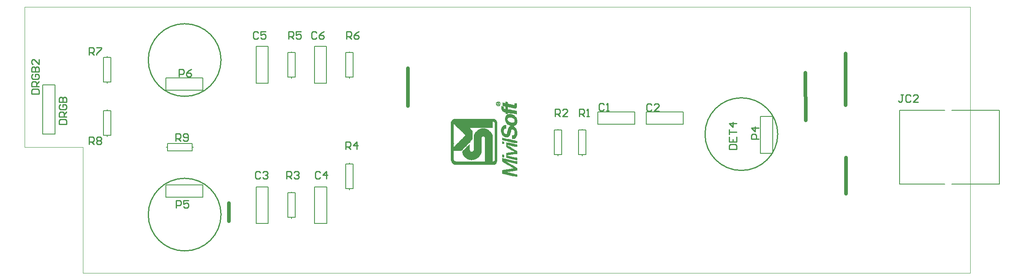
<source format=gto>
%FSLAX24Y24*%
%MOIN*%
G70*
G01*
G75*
G04 Layer_Color=61183*
%ADD10C,0.0315*%
%ADD11C,0.0276*%
%ADD12O,0.0787X0.0394*%
%ADD13C,0.0650*%
%ADD14C,0.0709*%
%ADD15R,0.0709X0.0709*%
%ADD16R,0.0709X0.0709*%
%ADD17C,0.2756*%
%ADD18C,0.0787*%
%ADD19C,0.0100*%
%ADD20C,0.0079*%
%ADD21C,0.0039*%
%ADD22C,0.0030*%
D10*
X61939Y9419D02*
X61949Y6486D01*
X58652Y16289D02*
X58661Y12451D01*
X61919Y13661D02*
Y17864D01*
X26368Y13593D02*
Y16683D01*
X11841Y4252D02*
X11841Y5719D01*
D19*
X56417Y11299D02*
G03*
X56417Y11299I-2953J0D01*
G01*
X11220Y4756D02*
G03*
X11220Y4756I-2953J0D01*
G01*
Y17323D02*
G03*
X11220Y17323I-2953J0D01*
G01*
X-4173Y14559D02*
X-3573D01*
Y14859D01*
X-3673Y14959D01*
X-4073D01*
X-4173Y14859D01*
Y14559D01*
X-3573Y15159D02*
X-4173D01*
Y15459D01*
X-4073Y15559D01*
X-3873D01*
X-3773Y15459D01*
Y15159D01*
Y15359D02*
X-3573Y15559D01*
X-4073Y16159D02*
X-4173Y16059D01*
Y15859D01*
X-4073Y15759D01*
X-3673D01*
X-3573Y15859D01*
Y16059D01*
X-3673Y16159D01*
X-3873D01*
Y15959D01*
X-4173Y16358D02*
X-3573D01*
Y16658D01*
X-3673Y16758D01*
X-3773D01*
X-3873Y16658D01*
Y16358D01*
Y16658D01*
X-3973Y16758D01*
X-4073D01*
X-4173Y16658D01*
Y16358D01*
X-3573Y17358D02*
Y16958D01*
X-3973Y17358D01*
X-4073D01*
X-4173Y17258D01*
Y17058D01*
X-4073Y16958D01*
X66620Y14497D02*
X66420D01*
X66520D01*
Y13998D01*
X66420Y13898D01*
X66320D01*
X66220Y13998D01*
X67220Y14397D02*
X67120Y14497D01*
X66920D01*
X66820Y14397D01*
Y13998D01*
X66920Y13898D01*
X67120D01*
X67220Y13998D01*
X67820Y13898D02*
X67420D01*
X67820Y14298D01*
Y14397D01*
X67720Y14497D01*
X67520D01*
X67420Y14397D01*
X54892Y10915D02*
X54292D01*
Y11215D01*
X54392Y11315D01*
X54592D01*
X54692Y11215D01*
Y10915D01*
X54892Y11815D02*
X54292D01*
X54592Y11515D01*
Y11915D01*
X7579Y5295D02*
Y5895D01*
X7879D01*
X7979Y5795D01*
Y5595D01*
X7879Y5495D01*
X7579D01*
X8578Y5895D02*
X8179D01*
Y5595D01*
X8378Y5695D01*
X8478D01*
X8578Y5595D01*
Y5395D01*
X8478Y5295D01*
X8279D01*
X8179Y5395D01*
X7825Y15984D02*
Y16584D01*
X8125D01*
X8225Y16484D01*
Y16284D01*
X8125Y16184D01*
X7825D01*
X8824Y16584D02*
X8625Y16484D01*
X8425Y16284D01*
Y16084D01*
X8525Y15984D01*
X8725D01*
X8824Y16084D01*
Y16184D01*
X8725Y16284D01*
X8425D01*
X40316Y12745D02*
Y13345D01*
X40616D01*
X40716Y13245D01*
Y13045D01*
X40616Y12945D01*
X40316D01*
X40516D02*
X40716Y12745D01*
X40916D02*
X41116D01*
X41016D01*
Y13345D01*
X40916Y13245D01*
X38348Y12744D02*
Y13343D01*
X38647D01*
X38747Y13243D01*
Y13043D01*
X38647Y12943D01*
X38348D01*
X38547D02*
X38747Y12744D01*
X39347D02*
X38947D01*
X39347Y13143D01*
Y13243D01*
X39247Y13343D01*
X39047D01*
X38947Y13243D01*
X16555Y7667D02*
Y8267D01*
X16855D01*
X16955Y8167D01*
Y7967D01*
X16855Y7867D01*
X16555D01*
X16755D02*
X16955Y7667D01*
X17155Y8167D02*
X17255Y8267D01*
X17455D01*
X17555Y8167D01*
Y8067D01*
X17455Y7967D01*
X17355D01*
X17455D01*
X17555Y7867D01*
Y7767D01*
X17455Y7667D01*
X17255D01*
X17155Y7767D01*
X21359Y10073D02*
Y10673D01*
X21659D01*
X21759Y10573D01*
Y10373D01*
X21659Y10273D01*
X21359D01*
X21559D02*
X21759Y10073D01*
X22258D02*
Y10673D01*
X21958Y10373D01*
X22358D01*
X16694Y19044D02*
Y19644D01*
X16994D01*
X17094Y19544D01*
Y19344D01*
X16994Y19244D01*
X16694D01*
X16894D02*
X17094Y19044D01*
X17694Y19644D02*
X17294D01*
Y19344D01*
X17494Y19444D01*
X17594D01*
X17694Y19344D01*
Y19144D01*
X17594Y19044D01*
X17394D01*
X17294Y19144D01*
X21412Y19044D02*
Y19644D01*
X21712D01*
X21812Y19544D01*
Y19344D01*
X21712Y19244D01*
X21412D01*
X21612D02*
X21812Y19044D01*
X22412Y19644D02*
X22212Y19544D01*
X22012Y19344D01*
Y19144D01*
X22112Y19044D01*
X22312D01*
X22412Y19144D01*
Y19244D01*
X22312Y19344D01*
X22012D01*
X512Y17746D02*
Y18346D01*
X812D01*
X912Y18246D01*
Y18046D01*
X812Y17946D01*
X512D01*
X712D02*
X912Y17746D01*
X1112Y18346D02*
X1511D01*
Y18246D01*
X1112Y17846D01*
Y17746D01*
X512Y10463D02*
Y11062D01*
X812D01*
X912Y10962D01*
Y10763D01*
X812Y10663D01*
X512D01*
X712D02*
X912Y10463D01*
X1112Y10962D02*
X1212Y11062D01*
X1412D01*
X1511Y10962D01*
Y10862D01*
X1412Y10763D01*
X1511Y10663D01*
Y10563D01*
X1412Y10463D01*
X1212D01*
X1112Y10563D01*
Y10663D01*
X1212Y10763D01*
X1112Y10862D01*
Y10962D01*
X1212Y10763D02*
X1412D01*
X7559Y10728D02*
Y11328D01*
X7859D01*
X7959Y11228D01*
Y11028D01*
X7859Y10928D01*
X7559D01*
X7759D02*
X7959Y10728D01*
X8159Y10828D02*
X8259Y10728D01*
X8459D01*
X8559Y10828D01*
Y11228D01*
X8459Y11328D01*
X8259D01*
X8159Y11228D01*
Y11128D01*
X8259Y11028D01*
X8559D01*
X42319Y13699D02*
X42219Y13799D01*
X42019D01*
X41919Y13699D01*
Y13299D01*
X42019Y13199D01*
X42219D01*
X42319Y13299D01*
X42519Y13199D02*
X42719D01*
X42619D01*
Y13799D01*
X42519Y13699D01*
X46177Y13679D02*
X46077Y13779D01*
X45878D01*
X45778Y13679D01*
Y13279D01*
X45878Y13179D01*
X46077D01*
X46177Y13279D01*
X46777Y13179D02*
X46377D01*
X46777Y13579D01*
Y13679D01*
X46677Y13779D01*
X46477D01*
X46377Y13679D01*
X14405Y8167D02*
X14305Y8267D01*
X14105D01*
X14005Y8167D01*
Y7767D01*
X14105Y7667D01*
X14305D01*
X14405Y7767D01*
X14605Y8167D02*
X14705Y8267D01*
X14905D01*
X15005Y8167D01*
Y8067D01*
X14905Y7967D01*
X14805D01*
X14905D01*
X15005Y7867D01*
Y7767D01*
X14905Y7667D01*
X14705D01*
X14605Y7767D01*
X19268Y8167D02*
X19168Y8267D01*
X18968D01*
X18868Y8167D01*
Y7767D01*
X18968Y7667D01*
X19168D01*
X19268Y7767D01*
X19768Y7667D02*
Y8267D01*
X19468Y7967D01*
X19868D01*
X14237Y19544D02*
X14137Y19644D01*
X13938D01*
X13838Y19544D01*
Y19144D01*
X13938Y19044D01*
X14137D01*
X14237Y19144D01*
X14837Y19644D02*
X14437D01*
Y19344D01*
X14637Y19444D01*
X14737D01*
X14837Y19344D01*
Y19144D01*
X14737Y19044D01*
X14537D01*
X14437Y19144D01*
X18969Y19544D02*
X18869Y19644D01*
X18669D01*
X18569Y19544D01*
Y19144D01*
X18669Y19044D01*
X18869D01*
X18969Y19144D01*
X19568Y19644D02*
X19368Y19544D01*
X19168Y19344D01*
Y19144D01*
X19268Y19044D01*
X19468D01*
X19568Y19144D01*
Y19244D01*
X19468Y19344D01*
X19168D01*
X-1929Y12096D02*
X-1329D01*
Y12396D01*
X-1429Y12496D01*
X-1829D01*
X-1929Y12396D01*
Y12096D01*
X-1329Y12696D02*
X-1929D01*
Y12996D01*
X-1829Y13096D01*
X-1629D01*
X-1529Y12996D01*
Y12696D01*
Y12896D02*
X-1329Y13096D01*
X-1829Y13696D02*
X-1929Y13596D01*
Y13396D01*
X-1829Y13296D01*
X-1429D01*
X-1329Y13396D01*
Y13596D01*
X-1429Y13696D01*
X-1629D01*
Y13496D01*
X-1929Y13896D02*
X-1329D01*
Y14196D01*
X-1429Y14296D01*
X-1529D01*
X-1629Y14196D01*
Y13896D01*
Y14196D01*
X-1729Y14296D01*
X-1829D01*
X-1929Y14196D01*
Y13896D01*
X52481Y10069D02*
X53081D01*
Y10369D01*
X52981Y10469D01*
X52581D01*
X52481Y10369D01*
Y10069D01*
Y11069D02*
Y10669D01*
X53081D01*
Y11069D01*
X52781Y10669D02*
Y10869D01*
X52481Y11269D02*
Y11668D01*
Y11468D01*
X53081D01*
Y12168D02*
X52481D01*
X52781Y11868D01*
Y12268D01*
D20*
X18819Y7018D02*
X19803D01*
X18819Y4026D02*
X19803D01*
Y7018D01*
X18819Y4026D02*
Y7018D01*
X16939Y6522D02*
Y6612D01*
Y4432D02*
Y4522D01*
Y6522D02*
X17239D01*
Y4522D02*
Y6522D01*
X16639Y4522D02*
X17239D01*
X16639D02*
Y6522D01*
X16939D01*
X8874Y10236D02*
X8964D01*
X6784D02*
X6874D01*
X8874Y9936D02*
Y10236D01*
X6874Y9936D02*
X8874D01*
X6874D02*
Y10536D01*
X8874D01*
Y10236D02*
Y10536D01*
X9744Y6183D02*
Y7183D01*
X6744Y6183D02*
X9744D01*
X6744D02*
Y7183D01*
X9744D01*
X6744Y14864D02*
Y15864D01*
X9744D01*
Y14864D02*
Y15864D01*
X6744Y14864D02*
X9744D01*
X55012Y9736D02*
X56012D01*
X55012D02*
Y12736D01*
X56012D01*
Y9736D02*
Y12736D01*
X48740Y12106D02*
Y13091D01*
X45748Y12106D02*
Y13091D01*
Y12106D02*
X48740D01*
X45748Y13091D02*
X48740D01*
X44803Y12106D02*
Y13091D01*
X41811Y12106D02*
Y13091D01*
Y12106D02*
X44803D01*
X41811Y13091D02*
X44803D01*
X1969Y17535D02*
Y17625D01*
Y15445D02*
Y15535D01*
Y17535D02*
X2269D01*
Y15535D02*
Y17535D01*
X1669Y15535D02*
X2269D01*
X1669D02*
Y17535D01*
X1969D01*
Y11115D02*
Y11205D01*
Y13205D02*
Y13295D01*
X1669Y11205D02*
X1969D01*
X1669D02*
Y13205D01*
X2269D01*
Y11205D02*
Y13205D01*
X1969Y11205D02*
X2269D01*
X18799Y18425D02*
X19783D01*
X18799Y15433D02*
X19783D01*
Y18425D01*
X18799Y15433D02*
Y18425D01*
X14075Y15433D02*
X15059D01*
X14075Y18425D02*
X15059D01*
X14075Y15433D02*
Y18425D01*
X15059Y15433D02*
Y18425D01*
X14075Y4026D02*
X15059D01*
X14075Y7018D02*
X15059D01*
X14075Y4026D02*
Y7018D01*
X15059Y4026D02*
Y7018D01*
X70530Y13236D02*
X74409D01*
X66307D02*
X69989D01*
X66307Y7236D02*
Y13236D01*
Y7236D02*
X69989D01*
X70530D02*
X74409D01*
Y13236D01*
X21654Y15839D02*
Y15929D01*
Y17929D02*
Y18019D01*
X21354Y15929D02*
X21654D01*
X21354D02*
Y17929D01*
X21954D01*
Y15929D02*
Y17929D01*
X21654Y15929D02*
X21954D01*
X16929Y17929D02*
Y18019D01*
Y15839D02*
Y15929D01*
Y17929D02*
X17229D01*
Y15929D02*
Y17929D01*
X16629Y15929D02*
X17229D01*
X16629D02*
Y17929D01*
X16929D01*
X21654Y6784D02*
Y6874D01*
Y8874D02*
Y8964D01*
X21354Y6874D02*
X21654D01*
X21354D02*
Y8874D01*
X21954D01*
Y6874D02*
Y8874D01*
X21654Y6874D02*
X21954D01*
X38583Y9540D02*
Y9630D01*
Y11630D02*
Y11720D01*
X38283Y9630D02*
X38583D01*
X38283D02*
Y11630D01*
X38883D01*
Y9630D02*
Y11630D01*
X38583Y9630D02*
X38883D01*
X40551Y11630D02*
Y11720D01*
Y9540D02*
Y9630D01*
Y11630D02*
X40851D01*
Y9630D02*
Y11630D01*
X40251Y9630D02*
X40851D01*
X40251D02*
Y11630D01*
X40551D01*
X-3256Y15311D02*
X-2256D01*
Y11311D02*
Y15311D01*
X-3256Y11311D02*
Y15311D01*
Y11311D02*
X-2256D01*
D21*
X72047Y0D02*
Y21654D01*
X0Y0D02*
X72047D01*
X0D02*
Y10236D01*
X-4724D02*
X0D01*
X-4724D02*
Y21654D01*
X72047D01*
D22*
X29867Y9181D02*
Y12301D01*
X29897Y9121D02*
Y12331D01*
X29927Y9061D02*
Y12391D01*
X29957Y9001D02*
Y12421D01*
X29987Y8971D02*
Y12451D01*
X30017Y8941D02*
Y12481D01*
X30047Y8911D02*
Y12511D01*
X30077Y8881D02*
Y12511D01*
X30107Y8881D02*
Y9211D01*
Y9961D02*
Y10261D01*
Y10531D02*
Y10561D01*
Y12151D02*
Y12541D01*
X30137Y8851D02*
Y9151D01*
Y9961D02*
Y10291D01*
Y12121D02*
Y12541D01*
X30167Y8851D02*
Y9121D01*
Y9961D02*
Y10321D01*
Y12091D02*
Y12541D01*
X30197Y8851D02*
Y9091D01*
Y9961D02*
Y10351D01*
Y12061D02*
Y12541D01*
X30227Y8851D02*
Y9091D01*
Y9961D02*
Y10381D01*
Y12031D02*
Y12541D01*
X30257Y8851D02*
Y9061D01*
Y9961D02*
Y10411D01*
Y12001D02*
Y12541D01*
X30287Y8851D02*
Y9061D01*
Y9961D02*
Y10441D01*
Y11971D02*
Y12541D01*
X30317Y8851D02*
Y9061D01*
Y9961D02*
Y10471D01*
Y11941D02*
Y12541D01*
X30347Y8851D02*
Y9061D01*
Y9961D02*
Y10501D01*
Y11911D02*
Y12541D01*
X30377Y8851D02*
Y9061D01*
Y9961D02*
Y10531D01*
Y11881D02*
Y12541D01*
X30407Y8851D02*
Y9061D01*
Y9961D02*
Y10561D01*
Y11851D02*
Y12541D01*
X30437Y8851D02*
Y9061D01*
Y9961D02*
Y10591D01*
Y11821D02*
Y12541D01*
X30467Y8851D02*
Y9061D01*
Y9961D02*
Y10621D01*
Y11791D02*
Y12541D01*
X30497Y8851D02*
Y9061D01*
Y9961D02*
Y10651D01*
Y11761D02*
Y12541D01*
X30527Y8851D02*
Y9061D01*
Y9961D02*
Y10681D01*
Y11731D02*
Y12541D01*
X30557Y8851D02*
Y9061D01*
Y9961D02*
Y10711D01*
Y11731D02*
Y12541D01*
X30587Y8851D02*
Y9061D01*
Y9961D02*
Y10741D01*
Y11701D02*
Y12541D01*
X30617Y8851D02*
Y9061D01*
Y9961D02*
Y10771D01*
Y11671D02*
Y12541D01*
X30647Y8851D02*
Y9061D01*
Y9961D02*
Y10801D01*
Y11641D02*
Y12541D01*
X30677Y8851D02*
Y9061D01*
Y9961D02*
Y10831D01*
Y11611D02*
Y12541D01*
X30707Y8851D02*
Y9061D01*
Y9961D02*
Y10861D01*
Y11581D02*
Y12541D01*
X30737Y8851D02*
Y9061D01*
Y9991D02*
Y10891D01*
Y11551D02*
Y12541D01*
X30767Y8851D02*
Y9061D01*
Y10021D02*
Y10921D01*
Y11521D02*
Y12541D01*
X30797Y8851D02*
Y9061D01*
Y9781D02*
Y9901D01*
Y10051D02*
Y10951D01*
Y11491D02*
Y12541D01*
X30827Y8851D02*
Y9061D01*
Y9721D02*
Y9931D01*
Y10081D02*
Y10981D01*
Y11461D02*
Y12541D01*
X30857Y8851D02*
Y9061D01*
Y9631D02*
Y9961D01*
Y10081D02*
Y11011D01*
Y11431D02*
Y12541D01*
X30887Y8851D02*
Y9061D01*
Y9601D02*
Y9991D01*
Y10141D02*
Y11041D01*
Y11401D02*
Y12541D01*
X30917Y8851D02*
Y9061D01*
Y9541D02*
Y10021D01*
Y10171D02*
Y11071D01*
Y11371D02*
Y12541D01*
X30947Y8851D02*
Y9061D01*
Y9511D02*
Y10051D01*
Y10201D02*
Y11101D01*
Y11341D02*
Y12541D01*
X30977Y8851D02*
Y9061D01*
Y9481D02*
Y10081D01*
Y10231D02*
Y11131D01*
Y11311D02*
Y12541D01*
X31007Y8851D02*
Y9061D01*
Y9451D02*
Y10111D01*
Y10261D02*
Y11161D01*
Y11281D02*
Y12541D01*
X31037Y8851D02*
Y9061D01*
Y9421D02*
Y10141D01*
Y10291D02*
Y11191D01*
Y11251D02*
Y12541D01*
X31067Y8851D02*
Y9061D01*
Y9391D02*
Y10171D01*
Y10321D02*
Y12541D01*
X31097Y8851D02*
Y9061D01*
Y9361D02*
Y10201D01*
Y10351D02*
Y12541D01*
X31127Y8851D02*
Y9061D01*
Y9361D02*
Y10231D01*
Y10381D02*
Y12541D01*
X31157Y8851D02*
Y9061D01*
Y9331D02*
Y10261D01*
Y10411D02*
Y12541D01*
X31187Y8851D02*
Y9061D01*
Y9301D02*
Y10291D01*
Y10441D02*
Y12541D01*
X31217Y8851D02*
Y9061D01*
Y9301D02*
Y10321D01*
Y10471D02*
Y12541D01*
X31247Y8851D02*
Y9061D01*
Y9271D02*
Y10351D01*
Y10501D02*
Y12541D01*
X31277Y8851D02*
Y9061D01*
Y9271D02*
Y10381D01*
Y10531D02*
Y12541D01*
X31307Y8851D02*
Y9061D01*
Y9271D02*
Y10411D01*
Y10561D02*
Y12541D01*
X31337Y8851D02*
Y9061D01*
Y9241D02*
Y10441D01*
Y10591D02*
Y12541D01*
X31367Y8851D02*
Y9061D01*
Y9241D02*
Y10471D01*
Y10621D02*
Y11821D01*
Y11851D02*
Y12541D01*
X31397Y8851D02*
Y9061D01*
Y9241D02*
Y9991D01*
Y10651D02*
Y11791D01*
Y11851D02*
Y12541D01*
X31427Y8851D02*
Y9061D01*
Y9241D02*
Y9931D01*
Y10681D02*
Y11761D01*
Y11851D02*
Y12541D01*
X31457Y8851D02*
Y9061D01*
Y9241D02*
Y9901D01*
Y10741D02*
Y11731D01*
Y11851D02*
Y12541D01*
X31487Y8851D02*
Y9061D01*
Y9241D02*
Y9871D01*
Y10771D02*
Y11701D01*
Y11851D02*
Y12541D01*
X31517Y8851D02*
Y9061D01*
Y9211D02*
Y9871D01*
Y10801D02*
Y11671D01*
Y11851D02*
Y12541D01*
X31547Y8851D02*
Y9061D01*
Y9211D02*
Y9871D01*
Y10831D02*
Y11641D01*
Y11851D02*
Y12541D01*
X31577Y8851D02*
Y9061D01*
Y9211D02*
Y9871D01*
Y10861D02*
Y11611D01*
Y11851D02*
Y12541D01*
X31607Y8851D02*
Y9061D01*
Y9241D02*
Y9871D01*
Y10891D02*
Y11581D01*
Y11851D02*
Y12541D01*
X31637Y8851D02*
Y9061D01*
Y9241D02*
Y9901D01*
Y11851D02*
Y12541D01*
X31667Y8851D02*
Y9061D01*
Y9241D02*
Y9931D01*
Y11851D02*
Y12541D01*
X31697Y8851D02*
Y9061D01*
Y9241D02*
Y9961D01*
Y11851D02*
Y12541D01*
X31727Y8851D02*
Y9061D01*
Y9241D02*
Y11131D01*
Y11851D02*
Y12541D01*
X31757Y8851D02*
Y9061D01*
Y9241D02*
Y11251D01*
Y11851D02*
Y12541D01*
X31787Y8851D02*
Y9061D01*
Y9271D02*
Y11311D01*
Y11851D02*
Y12541D01*
X31817Y8851D02*
Y9061D01*
Y9271D02*
Y11371D01*
Y11851D02*
Y12541D01*
X31847Y8851D02*
Y9061D01*
Y9271D02*
Y11431D01*
Y11851D02*
Y12541D01*
X31877Y8851D02*
Y9061D01*
Y9301D02*
Y11461D01*
Y11851D02*
Y12541D01*
X31907Y8851D02*
Y9061D01*
Y9301D02*
Y11491D01*
Y11851D02*
Y12541D01*
X31937Y8851D02*
Y9061D01*
Y9331D02*
Y11521D01*
Y11851D02*
Y12541D01*
X31967Y8851D02*
Y9061D01*
Y9331D02*
Y11551D01*
Y11851D02*
Y12541D01*
X31997Y8851D02*
Y9061D01*
Y9361D02*
Y11581D01*
Y11851D02*
Y12541D01*
X32027Y8851D02*
Y9061D01*
Y9391D02*
Y11611D01*
Y11851D02*
Y12541D01*
X32057Y8851D02*
Y9061D01*
Y9391D02*
Y11641D01*
Y11851D02*
Y12541D01*
X32087Y8851D02*
Y9061D01*
Y9421D02*
Y11641D01*
Y11851D02*
Y12541D01*
X32117Y8851D02*
Y9061D01*
Y9451D02*
Y11671D01*
Y11851D02*
Y12541D01*
X32147Y8851D02*
Y9061D01*
Y9481D02*
Y11671D01*
Y11851D02*
Y12541D01*
X32177Y8851D02*
Y9061D01*
Y9511D02*
Y11701D01*
Y11851D02*
Y12541D01*
X32207Y8851D02*
Y9061D01*
Y9571D02*
Y11701D01*
Y11851D02*
Y12541D01*
X32237Y8851D02*
Y9061D01*
Y9601D02*
Y11731D01*
Y11851D02*
Y12541D01*
X32267Y8851D02*
Y9061D01*
Y9661D02*
Y11731D01*
Y11851D02*
Y12541D01*
X32297Y8851D02*
Y9061D01*
Y9721D02*
Y11731D01*
Y11851D02*
Y12541D01*
X32327Y8851D02*
Y9061D01*
Y9811D02*
Y11731D01*
Y11851D02*
Y12541D01*
X32357Y8851D02*
Y9061D01*
Y9901D02*
Y9931D01*
Y11041D02*
Y11761D01*
Y11851D02*
Y12541D01*
X32387Y8851D02*
Y9061D01*
Y11071D02*
Y11761D01*
Y11851D02*
Y12541D01*
X32417Y8851D02*
Y9061D01*
Y11101D02*
Y11761D01*
Y11851D02*
Y12541D01*
X32447Y8851D02*
Y9061D01*
Y11131D02*
Y11761D01*
Y11851D02*
Y12541D01*
X32477Y8851D02*
Y9061D01*
Y11131D02*
Y11761D01*
Y11851D02*
Y12541D01*
X32507Y8851D02*
Y9061D01*
Y11131D02*
Y11761D01*
Y11851D02*
Y12541D01*
X32537Y8851D02*
Y9061D01*
Y11131D02*
Y11761D01*
Y11851D02*
Y12541D01*
X32567Y8851D02*
Y9061D01*
Y11101D02*
Y11761D01*
Y11851D02*
Y12541D01*
X32597Y8851D02*
Y9061D01*
Y11071D02*
Y11761D01*
Y11851D02*
Y12541D01*
X32627Y8851D02*
Y9061D01*
Y10621D02*
Y10651D01*
Y11041D02*
Y11761D01*
Y11851D02*
Y12541D01*
X32657Y8851D02*
Y11731D01*
Y11851D02*
Y12541D01*
X32687Y8851D02*
Y11731D01*
Y11851D02*
Y12541D01*
X32717Y8851D02*
Y11731D01*
Y11851D02*
Y12541D01*
X32747Y8851D02*
Y11731D01*
Y11851D02*
Y12541D01*
X32777Y8851D02*
Y11701D01*
Y11851D02*
Y12541D01*
X32807Y8851D02*
Y11701D01*
Y11851D02*
Y12541D01*
X32837Y8851D02*
Y11671D01*
Y11851D02*
Y12541D01*
X32867Y8851D02*
Y11671D01*
Y11851D02*
Y12541D01*
X32897Y8851D02*
Y11641D01*
Y11851D02*
Y12541D01*
X32927Y8851D02*
Y11641D01*
Y11851D02*
Y12541D01*
X32957Y8851D02*
Y11611D01*
Y11851D02*
Y12541D01*
X32987Y8851D02*
Y11581D01*
Y11851D02*
Y12541D01*
X33017Y8851D02*
Y11551D01*
Y11851D02*
Y12541D01*
X33047Y8851D02*
Y11521D01*
Y11851D02*
Y12541D01*
X33077Y8851D02*
Y11491D01*
Y11851D02*
Y12541D01*
X33107Y8851D02*
Y11461D01*
Y11851D02*
Y12541D01*
X33137Y8851D02*
Y11401D01*
Y11851D02*
Y12541D01*
X33167Y8851D02*
Y11371D01*
Y11851D02*
Y12541D01*
X33197Y8851D02*
Y11311D01*
Y11851D02*
Y12541D01*
X33227Y8851D02*
Y11251D01*
Y11851D02*
Y12541D01*
X33257Y8851D02*
Y11131D01*
Y11851D02*
Y12541D01*
X33287Y8851D02*
Y9061D01*
Y12331D02*
Y12541D01*
X33317Y8851D02*
Y9061D01*
Y12331D02*
Y12541D01*
X33347Y8851D02*
Y9091D01*
Y12331D02*
Y12541D01*
X33377Y8851D02*
Y9091D01*
Y12301D02*
Y12541D01*
X33407Y8851D02*
Y9151D01*
Y12271D02*
Y12541D01*
X33437Y8851D02*
Y12511D01*
X33467Y8881D02*
Y12481D01*
X33497Y8911D02*
Y12481D01*
X33527Y8911D02*
Y12451D01*
X33557Y8941D02*
Y12421D01*
Y13711D02*
Y13861D01*
X33587Y9001D02*
Y12361D01*
Y13681D02*
Y13741D01*
Y13831D02*
Y13891D01*
X33617Y9091D02*
Y12301D01*
Y13651D02*
Y13681D01*
Y13711D02*
Y13831D01*
Y13891D02*
Y13921D01*
X33647Y13621D02*
Y13651D01*
Y13711D02*
Y13741D01*
Y13831D02*
Y13861D01*
Y13921D02*
Y13951D01*
X33677Y13621D02*
Y13651D01*
Y13711D02*
Y13741D01*
Y13831D02*
Y13861D01*
Y13921D02*
Y13951D01*
X33707Y13621D02*
Y13651D01*
Y13711D02*
Y13741D01*
Y13801D02*
Y13861D01*
Y13921D02*
Y13951D01*
X33737Y13621D02*
Y13651D01*
Y13711D02*
Y13831D01*
Y13921D02*
Y13951D01*
X33767Y13621D02*
Y13651D01*
Y13711D02*
Y13741D01*
Y13801D02*
Y13831D01*
Y13921D02*
Y13951D01*
X33797Y13621D02*
Y13681D01*
Y13711D02*
Y13741D01*
Y13831D02*
Y13861D01*
Y13891D02*
Y13951D01*
X33827Y13651D02*
Y13681D01*
Y13711D02*
Y13741D01*
Y13831D02*
Y13921D01*
X33857Y13681D02*
Y13741D01*
Y13831D02*
Y13891D01*
X33887Y13741D02*
Y13831D01*
X33947Y11521D02*
Y11701D01*
X33977Y11401D02*
Y11821D01*
Y13351D02*
Y13561D01*
X34007Y11311D02*
Y11881D01*
Y13261D02*
Y13561D01*
X34037Y8101D02*
Y8371D01*
Y9091D02*
Y9361D01*
Y9481D02*
Y9631D01*
Y10531D02*
Y10711D01*
Y10831D02*
Y11011D01*
Y11251D02*
Y11911D01*
Y13201D02*
Y13561D01*
X34067Y8101D02*
Y8371D01*
Y9061D02*
Y9331D01*
Y9451D02*
Y9631D01*
Y10531D02*
Y10711D01*
Y10831D02*
Y11011D01*
Y11221D02*
Y11941D01*
Y13171D02*
Y13531D01*
Y13621D02*
Y13861D01*
X34097Y8101D02*
Y8371D01*
Y9061D02*
Y9331D01*
Y9451D02*
Y9631D01*
Y10531D02*
Y10711D01*
Y10831D02*
Y10981D01*
Y11191D02*
Y11971D01*
Y13171D02*
Y13531D01*
Y13591D02*
Y13861D01*
X34127Y8101D02*
Y8401D01*
Y9031D02*
Y9331D01*
Y9451D02*
Y9631D01*
Y10531D02*
Y10681D01*
Y10831D02*
Y10981D01*
Y11161D02*
Y12001D01*
Y13141D02*
Y13531D01*
Y13591D02*
Y13831D01*
X34157Y8071D02*
Y8401D01*
Y9001D02*
Y9331D01*
Y9451D02*
Y9601D01*
Y10531D02*
Y10681D01*
Y10801D02*
Y10981D01*
Y11131D02*
Y12001D01*
Y13141D02*
Y13531D01*
Y13591D02*
Y13831D01*
X34187Y8071D02*
Y8401D01*
Y9001D02*
Y9301D01*
Y9451D02*
Y9601D01*
Y10531D02*
Y10681D01*
Y10801D02*
Y10981D01*
Y11131D02*
Y11431D01*
Y11671D02*
Y12001D01*
Y13111D02*
Y13381D01*
Y13591D02*
Y13831D01*
X34217Y8071D02*
Y8401D01*
Y8971D02*
Y9301D01*
Y10801D02*
Y10981D01*
Y11101D02*
Y11371D01*
Y11731D02*
Y12031D01*
Y13111D02*
Y13381D01*
Y13591D02*
Y13831D01*
X34247Y8071D02*
Y8401D01*
Y8971D02*
Y9301D01*
Y10801D02*
Y10951D01*
Y11101D02*
Y11341D01*
Y11761D02*
Y12031D01*
Y13111D02*
Y13351D01*
Y13561D02*
Y13831D01*
X34277Y8071D02*
Y8401D01*
Y8941D02*
Y9301D01*
Y10771D02*
Y10951D01*
Y11071D02*
Y11341D01*
Y11761D02*
Y12031D01*
Y12451D02*
Y12631D01*
Y13111D02*
Y13351D01*
Y13561D02*
Y13801D01*
X34307Y8041D02*
Y8221D01*
Y8251D02*
Y8401D01*
Y8941D02*
Y9091D01*
Y9121D02*
Y9301D01*
Y10771D02*
Y10951D01*
Y11071D02*
Y11311D01*
Y11761D02*
Y12031D01*
Y12331D02*
Y12751D01*
Y12991D02*
Y13951D01*
X34337Y8041D02*
Y8221D01*
Y8251D02*
Y8431D01*
Y8911D02*
Y9091D01*
Y9121D02*
Y9271D01*
Y10771D02*
Y10951D01*
Y11071D02*
Y11311D01*
Y11761D02*
Y12031D01*
Y12271D02*
Y12811D01*
Y12961D02*
Y13951D01*
X34367Y8041D02*
Y8221D01*
Y8251D02*
Y8431D01*
Y8881D02*
Y9061D01*
Y9091D02*
Y9271D01*
Y9391D02*
Y9571D01*
Y9601D02*
Y9781D01*
Y10261D02*
Y10441D01*
Y10471D02*
Y10651D01*
Y10771D02*
Y10921D01*
Y11071D02*
Y11311D01*
Y12211D02*
Y12841D01*
Y12961D02*
Y13951D01*
X34397Y8041D02*
Y8191D01*
Y8251D02*
Y8431D01*
Y8881D02*
Y9031D01*
Y9091D02*
Y9271D01*
Y9391D02*
Y9571D01*
Y9601D02*
Y9781D01*
Y10261D02*
Y10441D01*
Y10471D02*
Y10621D01*
Y10771D02*
Y10921D01*
Y11071D02*
Y11341D01*
Y12181D02*
Y12871D01*
Y12961D02*
Y13951D01*
X34427Y8011D02*
Y8191D01*
Y8251D02*
Y8431D01*
Y8851D02*
Y9031D01*
Y9091D02*
Y9271D01*
Y9391D02*
Y9541D01*
Y9601D02*
Y9781D01*
Y10231D02*
Y10411D01*
Y10471D02*
Y10621D01*
Y10741D02*
Y10921D01*
Y11071D02*
Y11401D01*
Y12151D02*
Y12871D01*
Y12961D02*
Y13921D01*
X34457Y8011D02*
Y8191D01*
Y8251D02*
Y8431D01*
Y8851D02*
Y9001D01*
Y9091D02*
Y9241D01*
Y9391D02*
Y9541D01*
Y9601D02*
Y9781D01*
Y10201D02*
Y10411D01*
Y10441D02*
Y10621D01*
Y10741D02*
Y10921D01*
Y11071D02*
Y11491D01*
Y12121D02*
Y12901D01*
Y12931D02*
Y13921D01*
X34487Y8011D02*
Y8191D01*
Y8281D02*
Y8431D01*
Y8821D02*
Y9001D01*
Y9061D02*
Y9241D01*
Y9361D02*
Y9541D01*
Y9601D02*
Y9781D01*
Y10201D02*
Y10381D01*
Y10441D02*
Y10621D01*
Y10741D02*
Y10921D01*
Y11071D02*
Y11611D01*
Y12091D02*
Y12451D01*
Y12571D02*
Y12901D01*
Y12961D02*
Y13921D01*
X34517Y8011D02*
Y8191D01*
Y8281D02*
Y8431D01*
Y8821D02*
Y8971D01*
Y9061D02*
Y9241D01*
Y9361D02*
Y9541D01*
Y9601D02*
Y9811D01*
Y10171D02*
Y10351D01*
Y10441D02*
Y10621D01*
Y10741D02*
Y10891D01*
Y11071D02*
Y11731D01*
Y12091D02*
Y12391D01*
Y12631D02*
Y12901D01*
Y13051D02*
Y13321D01*
Y13531D02*
Y13771D01*
X34547Y8011D02*
Y8161D01*
Y8281D02*
Y8431D01*
Y8791D02*
Y8971D01*
Y9061D02*
Y9241D01*
Y9361D02*
Y9541D01*
Y9631D02*
Y9811D01*
Y10171D02*
Y10351D01*
Y10441D02*
Y10591D01*
Y10711D02*
Y10891D01*
Y11101D02*
Y11821D01*
Y12061D02*
Y12331D01*
Y12631D02*
Y12931D01*
Y13051D02*
Y13291D01*
Y13531D02*
Y13771D01*
X34577Y7981D02*
Y8161D01*
Y8281D02*
Y8461D01*
Y8761D02*
Y8941D01*
Y9061D02*
Y9241D01*
Y9361D02*
Y9511D01*
Y9631D02*
Y9811D01*
Y10141D02*
Y10321D01*
Y10411D02*
Y10591D01*
Y10711D02*
Y10891D01*
Y11131D02*
Y11881D01*
Y12061D02*
Y12331D01*
Y12661D02*
Y12931D01*
Y13051D02*
Y13291D01*
Y13501D02*
Y13771D01*
X34607Y7981D02*
Y8161D01*
Y8281D02*
Y8461D01*
Y8761D02*
Y8911D01*
Y9031D02*
Y9211D01*
Y9331D02*
Y9511D01*
Y9631D02*
Y9811D01*
Y10141D02*
Y10291D01*
Y10411D02*
Y10591D01*
Y10711D02*
Y10891D01*
Y11161D02*
Y11911D01*
Y12031D02*
Y12301D01*
Y12661D02*
Y12931D01*
Y13051D02*
Y13291D01*
Y13501D02*
Y13741D01*
X34637Y7981D02*
Y8161D01*
Y8281D02*
Y8461D01*
Y8731D02*
Y8911D01*
Y9031D02*
Y9211D01*
Y9331D02*
Y9511D01*
Y9631D02*
Y9811D01*
Y10111D02*
Y10291D01*
Y10411D02*
Y10591D01*
Y10711D02*
Y10861D01*
Y11191D02*
Y11941D01*
Y12031D02*
Y12271D01*
Y12661D02*
Y12931D01*
Y13051D02*
Y13291D01*
Y13501D02*
Y13741D01*
X34667Y7981D02*
Y8161D01*
Y8281D02*
Y8461D01*
Y8731D02*
Y8881D01*
Y9031D02*
Y9211D01*
Y9331D02*
Y9511D01*
Y9631D02*
Y9811D01*
Y10081D02*
Y10261D01*
Y10411D02*
Y10561D01*
Y10711D02*
Y10861D01*
Y11281D02*
Y11941D01*
Y12001D02*
Y12271D01*
Y12661D02*
Y12931D01*
Y13021D02*
Y13291D01*
Y13501D02*
Y13741D01*
X34697Y7951D02*
Y8131D01*
Y8311D02*
Y8461D01*
Y8701D02*
Y8881D01*
Y9031D02*
Y9211D01*
Y9331D02*
Y9481D01*
Y9631D02*
Y9811D01*
Y10081D02*
Y10261D01*
Y10411D02*
Y10561D01*
Y10681D02*
Y10861D01*
Y11401D02*
Y11971D01*
Y12001D02*
Y12271D01*
Y12661D02*
Y12931D01*
Y13021D02*
Y13291D01*
Y13501D02*
Y13741D01*
X34727Y7951D02*
Y8131D01*
Y8311D02*
Y8461D01*
Y8701D02*
Y8851D01*
Y9031D02*
Y9181D01*
Y9331D02*
Y9481D01*
Y9661D02*
Y9811D01*
Y10051D02*
Y10231D01*
Y10381D02*
Y10561D01*
Y10681D02*
Y10861D01*
Y11521D02*
Y11971D01*
Y12001D02*
Y12241D01*
Y12661D02*
Y12931D01*
Y13021D02*
Y13261D01*
Y13471D02*
Y13741D01*
X34757Y7951D02*
Y8131D01*
Y8311D02*
Y8461D01*
Y8671D02*
Y8821D01*
Y9001D02*
Y9181D01*
Y9301D02*
Y9481D01*
Y9661D02*
Y9841D01*
Y10051D02*
Y10201D01*
Y10381D02*
Y10561D01*
Y10681D02*
Y10861D01*
Y11611D02*
Y12241D01*
Y12661D02*
Y12931D01*
Y13021D02*
Y13261D01*
Y13471D02*
Y13711D01*
X34787Y7951D02*
Y8131D01*
Y8311D02*
Y8491D01*
Y8641D02*
Y8821D01*
Y9001D02*
Y9181D01*
Y9301D02*
Y9481D01*
Y9661D02*
Y9841D01*
Y10021D02*
Y10201D01*
Y10381D02*
Y10561D01*
Y10681D02*
Y10831D01*
Y11671D02*
Y12241D01*
Y12661D02*
Y12931D01*
Y13021D02*
Y13261D01*
Y13471D02*
Y13711D01*
X34817Y7951D02*
Y8101D01*
Y8311D02*
Y8491D01*
Y8641D02*
Y8791D01*
Y9001D02*
Y9181D01*
Y9301D02*
Y9481D01*
Y9661D02*
Y9841D01*
Y9991D02*
Y10171D01*
Y10381D02*
Y10531D01*
Y10651D02*
Y10831D01*
Y11701D02*
Y12241D01*
Y12661D02*
Y12901D01*
Y13021D02*
Y13261D01*
Y13471D02*
Y13711D01*
X34847Y7921D02*
Y8101D01*
Y8311D02*
Y8491D01*
Y8611D02*
Y8791D01*
Y9001D02*
Y9181D01*
Y9301D02*
Y9451D01*
Y9661D02*
Y9841D01*
Y9991D02*
Y10141D01*
Y10351D02*
Y10531D01*
Y10651D02*
Y10831D01*
Y10951D02*
Y11221D01*
Y11701D02*
Y12241D01*
Y12631D02*
Y12901D01*
Y12991D02*
Y13261D01*
Y13471D02*
Y13711D01*
X34877Y7921D02*
Y8101D01*
Y8311D02*
Y8491D01*
Y8611D02*
Y8761D01*
Y8971D02*
Y9151D01*
Y9271D02*
Y9451D01*
Y9661D02*
Y9841D01*
Y9961D02*
Y10141D01*
Y10351D02*
Y10531D01*
Y10651D02*
Y10831D01*
Y10951D02*
Y11221D01*
Y11701D02*
Y12241D01*
Y12631D02*
Y12901D01*
Y12991D02*
Y13231D01*
Y13441D02*
Y13711D01*
X34907Y7921D02*
Y8101D01*
Y8311D02*
Y8491D01*
Y8581D02*
Y8761D01*
Y8971D02*
Y9151D01*
Y9271D02*
Y9451D01*
Y9661D02*
Y9841D01*
Y9961D02*
Y10111D01*
Y10351D02*
Y10531D01*
Y10651D02*
Y10801D01*
Y10951D02*
Y11221D01*
Y11701D02*
Y11941D01*
Y11971D02*
Y12241D01*
Y12601D02*
Y12871D01*
Y12991D02*
Y13231D01*
Y13441D02*
Y13681D01*
X34937Y7921D02*
Y8101D01*
Y8341D02*
Y8491D01*
Y8551D02*
Y8731D01*
Y8971D02*
Y9151D01*
Y9271D02*
Y9451D01*
Y9691D02*
Y9841D01*
Y9931D02*
Y10111D01*
Y10351D02*
Y10531D01*
Y10651D02*
Y10801D01*
Y10951D02*
Y11221D01*
Y11671D02*
Y11941D01*
Y11971D02*
Y12241D01*
Y12601D02*
Y12871D01*
Y12991D02*
Y13231D01*
Y13441D02*
Y13681D01*
X34967Y7891D02*
Y8071D01*
Y8341D02*
Y8491D01*
Y8551D02*
Y8701D01*
Y8971D02*
Y9151D01*
Y9271D02*
Y9451D01*
Y9691D02*
Y9841D01*
Y9931D02*
Y10081D01*
Y10351D02*
Y10501D01*
Y10621D02*
Y10801D01*
Y10951D02*
Y11251D01*
Y11641D02*
Y11941D01*
Y11971D02*
Y12271D01*
Y12571D02*
Y12841D01*
Y12991D02*
Y13231D01*
Y13441D02*
Y13681D01*
X34997Y7891D02*
Y8071D01*
Y8341D02*
Y8491D01*
Y8521D02*
Y8701D01*
Y8971D02*
Y9121D01*
Y9271D02*
Y9421D01*
Y9691D02*
Y9871D01*
Y9901D02*
Y10051D01*
Y10321D02*
Y10501D01*
Y10621D02*
Y10801D01*
Y10951D02*
Y11281D01*
Y11611D02*
Y11911D01*
Y12001D02*
Y12271D01*
Y12541D02*
Y12841D01*
Y12961D02*
Y13231D01*
Y13441D02*
Y13681D01*
X35027Y7891D02*
Y8071D01*
Y8341D02*
Y8671D01*
Y8941D02*
Y9121D01*
Y9241D02*
Y9421D01*
Y9691D02*
Y10051D01*
Y10321D02*
Y10501D01*
Y10621D02*
Y10801D01*
Y10951D02*
Y11881D01*
Y12001D02*
Y12331D01*
Y12481D02*
Y12811D01*
Y12961D02*
Y13231D01*
Y13441D02*
Y13681D01*
X35057Y7891D02*
Y8071D01*
Y8341D02*
Y8671D01*
Y8941D02*
Y9121D01*
Y9241D02*
Y9421D01*
Y9691D02*
Y10021D01*
Y10321D02*
Y10501D01*
Y10621D02*
Y10771D01*
Y10981D02*
Y11881D01*
Y12001D02*
Y12781D01*
Y12961D02*
Y13201D01*
Y13411D02*
Y13801D01*
X35087Y7891D02*
Y8041D01*
Y8341D02*
Y8641D01*
Y8941D02*
Y9121D01*
Y9241D02*
Y9421D01*
Y9691D02*
Y10021D01*
Y10321D02*
Y10471D01*
Y10591D02*
Y10771D01*
Y10981D02*
Y11851D01*
Y12031D02*
Y12751D01*
Y12961D02*
Y13201D01*
Y13411D02*
Y13801D01*
X35117Y7861D02*
Y8041D01*
Y8341D02*
Y8641D01*
Y8941D02*
Y9121D01*
Y9241D02*
Y9391D01*
Y9721D02*
Y9991D01*
Y10291D02*
Y10471D01*
Y10591D02*
Y10771D01*
Y11011D02*
Y11821D01*
Y12031D02*
Y12721D01*
Y12961D02*
Y13201D01*
Y13411D02*
Y13801D01*
X35147Y7861D02*
Y8041D01*
Y8371D02*
Y8611D01*
Y8911D02*
Y9091D01*
Y9211D02*
Y9391D01*
Y9721D02*
Y9961D01*
Y10291D02*
Y10471D01*
Y10591D02*
Y10771D01*
Y11041D02*
Y11761D01*
Y12061D02*
Y12691D01*
Y12961D02*
Y13201D01*
Y13441D02*
Y13801D01*
X35177Y7861D02*
Y8041D01*
Y8371D02*
Y8581D01*
Y8911D02*
Y9091D01*
Y9211D02*
Y9391D01*
Y9721D02*
Y9961D01*
Y10291D02*
Y10471D01*
Y10591D02*
Y10741D01*
Y11101D02*
Y11731D01*
Y12091D02*
Y12661D01*
Y12931D02*
Y13201D01*
Y13441D02*
Y13801D01*
X35207Y7861D02*
Y8041D01*
Y8371D02*
Y8581D01*
Y8911D02*
Y9091D01*
Y9211D02*
Y9391D01*
Y9721D02*
Y9931D01*
Y10291D02*
Y10471D01*
Y10591D02*
Y10741D01*
Y11161D02*
Y11641D01*
Y12151D02*
Y12601D01*
Y12931D02*
Y13171D01*
Y13501D02*
Y13801D01*
X35237Y7861D02*
Y8011D01*
Y8371D02*
Y8551D01*
Y8911D02*
Y9091D01*
Y9211D02*
Y9361D01*
Y9721D02*
Y9901D01*
Y10291D02*
Y10441D01*
Y10591D02*
Y10741D01*
Y11251D02*
Y11551D01*
Y12241D02*
Y12481D01*
M02*

</source>
